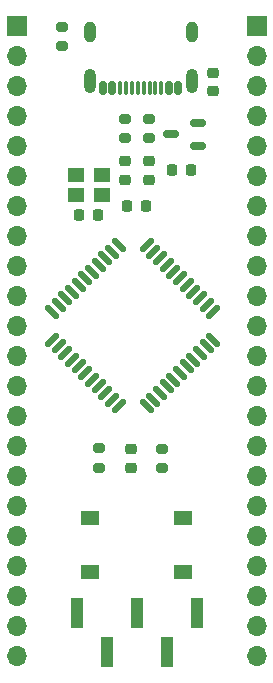
<source format=gbr>
%TF.GenerationSoftware,KiCad,Pcbnew,7.0.8*%
%TF.CreationDate,2023-11-18T20:12:02-05:00*%
%TF.ProjectId,PIC24FJ64GA004 Dev Board,50494332-3446-44a3-9634-474130303420,rev?*%
%TF.SameCoordinates,Original*%
%TF.FileFunction,Soldermask,Top*%
%TF.FilePolarity,Negative*%
%FSLAX46Y46*%
G04 Gerber Fmt 4.6, Leading zero omitted, Abs format (unit mm)*
G04 Created by KiCad (PCBNEW 7.0.8) date 2023-11-18 20:12:02*
%MOMM*%
%LPD*%
G01*
G04 APERTURE LIST*
G04 Aperture macros list*
%AMRoundRect*
0 Rectangle with rounded corners*
0 $1 Rounding radius*
0 $2 $3 $4 $5 $6 $7 $8 $9 X,Y pos of 4 corners*
0 Add a 4 corners polygon primitive as box body*
4,1,4,$2,$3,$4,$5,$6,$7,$8,$9,$2,$3,0*
0 Add four circle primitives for the rounded corners*
1,1,$1+$1,$2,$3*
1,1,$1+$1,$4,$5*
1,1,$1+$1,$6,$7*
1,1,$1+$1,$8,$9*
0 Add four rect primitives between the rounded corners*
20,1,$1+$1,$2,$3,$4,$5,0*
20,1,$1+$1,$4,$5,$6,$7,0*
20,1,$1+$1,$6,$7,$8,$9,0*
20,1,$1+$1,$8,$9,$2,$3,0*%
G04 Aperture macros list end*
%ADD10RoundRect,0.137500X0.521491X0.327037X0.327037X0.521491X-0.521491X-0.327037X-0.327037X-0.521491X0*%
%ADD11RoundRect,0.137500X0.521491X-0.327037X-0.327037X0.521491X-0.521491X0.327037X0.327037X-0.521491X0*%
%ADD12R,1.400000X1.200000*%
%ADD13R,1.550000X1.300000*%
%ADD14RoundRect,0.200000X0.275000X-0.200000X0.275000X0.200000X-0.275000X0.200000X-0.275000X-0.200000X0*%
%ADD15RoundRect,0.150000X0.512500X0.150000X-0.512500X0.150000X-0.512500X-0.150000X0.512500X-0.150000X0*%
%ADD16RoundRect,0.225000X-0.225000X-0.250000X0.225000X-0.250000X0.225000X0.250000X-0.225000X0.250000X0*%
%ADD17R,1.000000X2.510000*%
%ADD18RoundRect,0.218750X-0.256250X0.218750X-0.256250X-0.218750X0.256250X-0.218750X0.256250X0.218750X0*%
%ADD19RoundRect,0.150000X0.150000X0.425000X-0.150000X0.425000X-0.150000X-0.425000X0.150000X-0.425000X0*%
%ADD20RoundRect,0.075000X0.075000X0.500000X-0.075000X0.500000X-0.075000X-0.500000X0.075000X-0.500000X0*%
%ADD21O,1.000000X2.100000*%
%ADD22O,1.000000X1.800000*%
%ADD23RoundRect,0.225000X0.250000X-0.225000X0.250000X0.225000X-0.250000X0.225000X-0.250000X-0.225000X0*%
%ADD24RoundRect,0.200000X-0.275000X0.200000X-0.275000X-0.200000X0.275000X-0.200000X0.275000X0.200000X0*%
%ADD25RoundRect,0.225000X-0.250000X0.225000X-0.250000X-0.225000X0.250000X-0.225000X0.250000X0.225000X0*%
%ADD26R,1.700000X1.700000*%
%ADD27O,1.700000X1.700000*%
G04 APERTURE END LIST*
D10*
%TO.C,U4*%
X92471835Y-90597019D03*
X91906150Y-90031334D03*
X91340464Y-89465648D03*
X90774779Y-88899963D03*
X90209093Y-88334278D03*
X89643408Y-87768592D03*
X89077722Y-87202907D03*
X88512037Y-86637221D03*
X87946352Y-86071536D03*
X87380666Y-85505850D03*
X86814981Y-84940165D03*
D11*
X86814981Y-82589035D03*
X87380666Y-82023350D03*
X87946352Y-81457664D03*
X88512037Y-80891979D03*
X89077722Y-80326293D03*
X89643408Y-79760608D03*
X90209093Y-79194922D03*
X90774779Y-78629237D03*
X91340464Y-78063552D03*
X91906150Y-77497866D03*
X92471835Y-76932181D03*
D10*
X94822965Y-76932181D03*
X95388650Y-77497866D03*
X95954336Y-78063552D03*
X96520021Y-78629237D03*
X97085707Y-79194922D03*
X97651392Y-79760608D03*
X98217078Y-80326293D03*
X98782763Y-80891979D03*
X99348448Y-81457664D03*
X99914134Y-82023350D03*
X100479819Y-82589035D03*
D11*
X100479819Y-84940165D03*
X99914134Y-85505850D03*
X99348448Y-86071536D03*
X98782763Y-86637221D03*
X98217078Y-87202907D03*
X97651392Y-87768592D03*
X97085707Y-88334278D03*
X96520021Y-88899963D03*
X95954336Y-89465648D03*
X95388650Y-90031334D03*
X94822965Y-90597019D03*
%TD*%
D12*
%TO.C,Y1*%
X88816000Y-72732000D03*
X91016000Y-72732000D03*
X91016000Y-71032000D03*
X88816000Y-71032000D03*
%TD*%
D13*
%TO.C,SW1*%
X90005000Y-100076000D03*
X97955000Y-100076000D03*
X90005000Y-104576000D03*
X97955000Y-104576000D03*
%TD*%
D14*
%TO.C,R2*%
X92964000Y-67881000D03*
X92964000Y-66231000D03*
%TD*%
D15*
%TO.C,U3*%
X99181500Y-68514000D03*
X99181500Y-66614000D03*
X96906500Y-67564000D03*
%TD*%
D16*
%TO.C,C2*%
X97002000Y-70612000D03*
X98552000Y-70612000D03*
%TD*%
D17*
%TO.C,J4*%
X99060000Y-108073000D03*
X96520000Y-111383000D03*
X93980000Y-108073000D03*
X91440000Y-111383000D03*
X88900000Y-108073000D03*
%TD*%
D16*
%TO.C,C10*%
X93205000Y-73660000D03*
X94755000Y-73660000D03*
%TD*%
D18*
%TO.C,TX*%
X92964000Y-69824500D03*
X92964000Y-71399500D03*
%TD*%
D14*
%TO.C,R1*%
X94996000Y-67881000D03*
X94996000Y-66231000D03*
%TD*%
D19*
%TO.C,J1*%
X97530000Y-63624000D03*
X96730000Y-63624000D03*
D20*
X95580000Y-63624000D03*
X94580000Y-63624000D03*
X94080000Y-63624000D03*
X93080000Y-63624000D03*
D19*
X91930000Y-63624000D03*
X91130000Y-63624000D03*
X91130000Y-63624000D03*
X91930000Y-63624000D03*
D20*
X92580000Y-63624000D03*
X93580000Y-63624000D03*
X95080000Y-63624000D03*
X96080000Y-63624000D03*
D19*
X96730000Y-63624000D03*
X97530000Y-63624000D03*
D21*
X98650000Y-63049000D03*
D22*
X98650000Y-58869000D03*
D21*
X90010000Y-63049000D03*
D22*
X90010000Y-58869000D03*
%TD*%
D23*
%TO.C,C3*%
X100482400Y-63919400D03*
X100482400Y-62369400D03*
%TD*%
D24*
%TO.C,R5*%
X87630000Y-58458600D03*
X87630000Y-60108600D03*
%TD*%
D16*
%TO.C,C11*%
X89141000Y-74422000D03*
X90691000Y-74422000D03*
%TD*%
D24*
%TO.C,R7*%
X90779600Y-94120200D03*
X90779600Y-95770200D03*
%TD*%
D18*
%TO.C,RX*%
X94996000Y-69824500D03*
X94996000Y-71399500D03*
%TD*%
D14*
%TO.C,R6*%
X96164400Y-95821000D03*
X96164400Y-94171000D03*
%TD*%
D25*
%TO.C,C5*%
X93522800Y-94221000D03*
X93522800Y-95771000D03*
%TD*%
D26*
%TO.C,J2*%
X83820000Y-58420000D03*
D27*
X83820000Y-60960000D03*
X83820000Y-63500000D03*
X83820000Y-66040000D03*
X83820000Y-68580000D03*
X83820000Y-71120000D03*
X83820000Y-73660000D03*
X83820000Y-76200000D03*
X83820000Y-78740000D03*
X83820000Y-81280000D03*
X83820000Y-83820000D03*
X83820000Y-86360000D03*
X83820000Y-88900000D03*
X83820000Y-91440000D03*
X83820000Y-93980000D03*
X83820000Y-96520000D03*
X83820000Y-99060000D03*
X83820000Y-101600000D03*
X83820000Y-104140000D03*
X83820000Y-106680000D03*
X83820000Y-109220000D03*
X83820000Y-111760000D03*
%TD*%
D26*
%TO.C,J3*%
X104140000Y-58420000D03*
D27*
X104140000Y-60960000D03*
X104140000Y-63500000D03*
X104140000Y-66040000D03*
X104140000Y-68580000D03*
X104140000Y-71120000D03*
X104140000Y-73660000D03*
X104140000Y-76200000D03*
X104140000Y-78740000D03*
X104140000Y-81280000D03*
X104140000Y-83820000D03*
X104140000Y-86360000D03*
X104140000Y-88900000D03*
X104140000Y-91440000D03*
X104140000Y-93980000D03*
X104140000Y-96520000D03*
X104140000Y-99060000D03*
X104140000Y-101600000D03*
X104140000Y-104140000D03*
X104140000Y-106680000D03*
X104140000Y-109220000D03*
X104140000Y-111760000D03*
%TD*%
M02*

</source>
